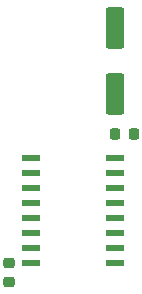
<source format=gbr>
%TF.GenerationSoftware,KiCad,Pcbnew,8.0.3*%
%TF.CreationDate,2025-07-14T16:29:20+02:00*%
%TF.ProjectId,ScxhrittmotorBoard,53637868-7269-4747-946d-6f746f72426f,rev?*%
%TF.SameCoordinates,Original*%
%TF.FileFunction,Paste,Top*%
%TF.FilePolarity,Positive*%
%FSLAX46Y46*%
G04 Gerber Fmt 4.6, Leading zero omitted, Abs format (unit mm)*
G04 Created by KiCad (PCBNEW 8.0.3) date 2025-07-14 16:29:20*
%MOMM*%
%LPD*%
G01*
G04 APERTURE LIST*
G04 Aperture macros list*
%AMRoundRect*
0 Rectangle with rounded corners*
0 $1 Rounding radius*
0 $2 $3 $4 $5 $6 $7 $8 $9 X,Y pos of 4 corners*
0 Add a 4 corners polygon primitive as box body*
4,1,4,$2,$3,$4,$5,$6,$7,$8,$9,$2,$3,0*
0 Add four circle primitives for the rounded corners*
1,1,$1+$1,$2,$3*
1,1,$1+$1,$4,$5*
1,1,$1+$1,$6,$7*
1,1,$1+$1,$8,$9*
0 Add four rect primitives between the rounded corners*
20,1,$1+$1,$2,$3,$4,$5,0*
20,1,$1+$1,$4,$5,$6,$7,0*
20,1,$1+$1,$6,$7,$8,$9,0*
20,1,$1+$1,$8,$9,$2,$3,0*%
G04 Aperture macros list end*
%ADD10R,1.500000X0.600000*%
%ADD11RoundRect,0.225000X-0.225000X-0.250000X0.225000X-0.250000X0.225000X0.250000X-0.225000X0.250000X0*%
%ADD12RoundRect,0.225000X-0.250000X0.225000X-0.250000X-0.225000X0.250000X-0.225000X0.250000X0.225000X0*%
%ADD13RoundRect,0.250000X0.550000X-1.500000X0.550000X1.500000X-0.550000X1.500000X-0.550000X-1.500000X0*%
G04 APERTURE END LIST*
D10*
%TO.C,U1*%
X121732200Y-92192000D03*
X121732200Y-93462000D03*
X121732200Y-94732000D03*
X121732200Y-96002000D03*
X121732200Y-97272000D03*
X121732200Y-98542000D03*
X121732200Y-99812000D03*
X121732200Y-101082000D03*
X128832200Y-101082000D03*
X128832200Y-99812000D03*
X128832200Y-98542000D03*
X128832200Y-97272000D03*
X128832200Y-96002000D03*
X128832200Y-94732000D03*
X128832200Y-93462000D03*
X128832200Y-92192000D03*
%TD*%
D11*
%TO.C,C1*%
X128856600Y-90109200D03*
X130406600Y-90109200D03*
%TD*%
D12*
%TO.C,C2*%
X119862600Y-101104400D03*
X119862600Y-102654400D03*
%TD*%
D13*
%TO.C,C3*%
X128812800Y-86737000D03*
X128812800Y-81137000D03*
%TD*%
M02*

</source>
